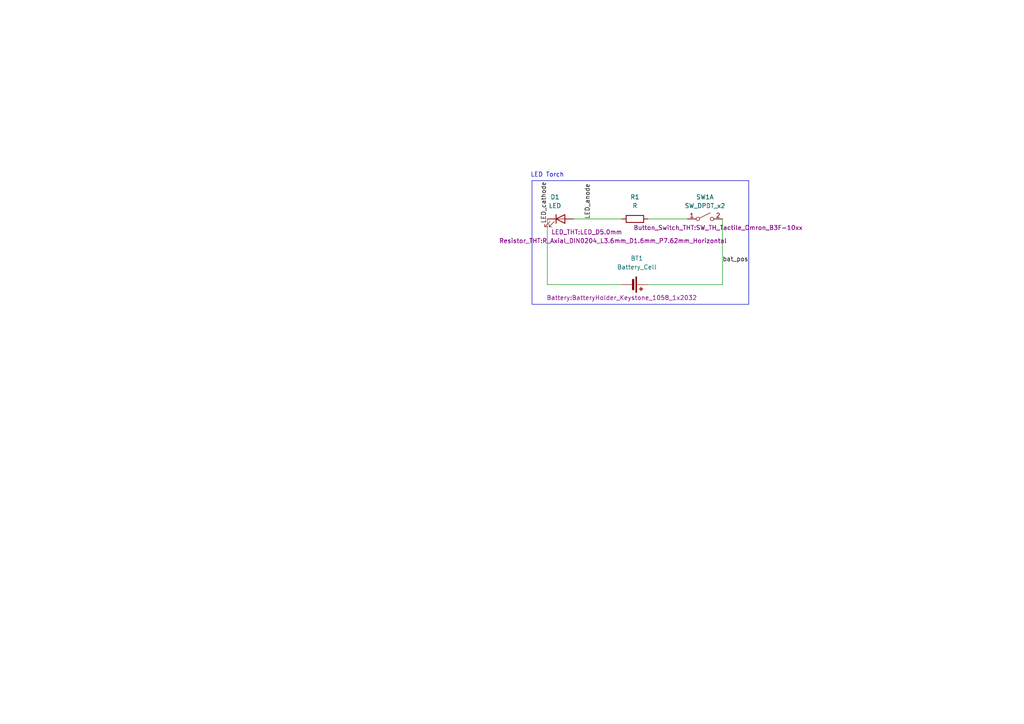
<source format=kicad_sch>
(kicad_sch (version 20250114) (generator "eeschema") (generator_version "9.0")
  (paper "A4")
  (title_block (title "Project 1 LED Torch") (date "2025-06-10") (rev "1"))
  (lib_symbols
    (symbol "Device:Battery_Cell" (pin_numbers (hide yes)) (pin_names (offset 0) (hide yes))
      (property "Reference" "BT" (at 2.54 2.54 0))
      (property "Value" "Battery_Cell" (at 2.54 0 0))
      (symbol "Battery_Cell_0_1"
        (rectangle (start -2.286 1.778) (end 2.286 1.524) (fill (type outline)))
        (rectangle (start -1.524 1.016) (end 1.524 0.508) (fill (type outline)))
        (polyline (pts (xy 0 1.778) (xy 0 2.54)))
        (polyline (pts (xy 0 0.762) (xy 0 0)))
        (polyline (pts (xy 0.762 3.048) (xy 1.778 3.048)) (stroke (width 0.254)))
        (polyline (pts (xy 1.27 3.556) (xy 1.27 2.54)) (stroke (width 0.254)))
      )
      (symbol "Battery_Cell_1_1"
        (pin passive line (at 0 5.08 270) (length 2.54) (name "+") (number "1"))
        (pin passive line (at 0 -2.54 90) (length 2.54) (name "-") (number "2"))
      )
    )
    (symbol "Device:LED" (pin_numbers (hide yes)) (pin_names (offset 1.016) (hide yes))
      (property "Reference" "D" (at 0 2.54 0))
      (property "Value" "LED" (at 0 -2.54 0))
      (symbol "LED_0_1"
        (polyline (pts (xy -3.048 -0.762) (xy -4.572 -2.286) (xy -3.81 -2.286) (xy -4.572 -2.286) (xy -4.572 -1.524)))
        (polyline (pts (xy -1.778 -0.762) (xy -3.302 -2.286) (xy -2.54 -2.286) (xy -3.302 -2.286) (xy -3.302 -1.524)))
        (polyline (pts (xy -1.27 0) (xy 1.27 0)))
        (polyline (pts (xy -1.27 -1.27) (xy -1.27 1.27)) (stroke (width 0.254)))
        (polyline (pts (xy 1.27 -1.27) (xy 1.27 1.27) (xy -1.27 0) (xy 1.27 -1.27)) (stroke (width 0.254)))
      )
      (symbol "LED_1_1"
        (pin passive line (at -3.81 0 0) (length 2.54) (name "K") (number "1"))
        (pin passive line (at 3.81 0 180) (length 2.54) (name "A") (number "2"))
      )
    )
    (symbol "Device:R" (pin_numbers (hide yes)) (pin_names (offset 0))
      (property "Reference" "R" (at 2.032 0 90))
      (property "Value" "R" (at 0 0 90))
      (symbol "R_0_1"
        (rectangle (start -1.016 -2.54) (end 1.016 2.54) (stroke (width 0.254)))
      )
      (symbol "R_1_1"
        (pin passive line (at 0 3.81 270) (length 1.27) (name "~") (number "1"))
        (pin passive line (at 0 -3.81 90) (length 1.27) (name "~") (number "2"))
      )
    )
    (symbol "Switch:SW_DPST_x2" (pin_names (offset 0) (hide yes))
      (property "Reference" "SW" (at 0 3.175 0))
      (property "Value" "SW_DPST_x2" (at 0 -2.54 0))
      (symbol "SW_DPST_x2_0_0"
        (circle (center -2.032 0) (radius 0.508))
        (polyline (pts (xy -1.524 0.254) (xy 1.524 1.778)))
        (circle (center 2.032 0) (radius 0.508))
      )
      (symbol "SW_DPST_x2_1_1"
        (pin passive line (at -5.08 0 0) (length 2.54) (name "A") (number "1"))
        (pin passive line (at 5.08 0 180) (length 2.54) (name "B") (number "2"))
      )
      (symbol "SW_DPST_x2_2_1"
        (pin passive line (at -5.08 0 0) (length 2.54) (name "A") (number "3"))
        (pin passive line (at 5.08 0 180) (length 2.54) (name "B") (number "4"))
      )
    )
  )
  (text "LED Torch" (at 158.75 50.8 0) (effects (font (size 1.27 1.27))))
  (text_box "" (at 154.305 52.3875 0) (size 62.865 35.8775) (margins 0.9525 0.9525 0.9525 0.9525) (effects (font (size 1.27 1.27)) (justify left top)))
  (wire (pts (xy 187.96 63.5) (xy 199.39 63.5)))
  (wire (pts (xy 158.75 82.55) (xy 180.34 82.55)))
  (wire (pts (xy 158.75 63.5) (xy 158.75 82.55)))
  (wire (pts (xy 187.96 82.55) (xy 209.55 82.55)))
  (wire (pts (xy 166.37 63.5) (xy 180.34 63.5)))
  (wire (pts (xy 209.55 82.55) (xy 209.55 63.5)))
  (label "bat_pos" (at 209.55 76.2 0))
  (label "LED_cathode" (at 158.75 64.77 90))
  (label "LED_anode" (at 171.45 63.5 90))
  (symbol (lib_id "Device:LED") (at 162.56 63.5 0) (unit 1)
    (property "Reference" "D1" (at 160.9725 57.15 0))
    (property "Value" "LED" (at 160.9725 59.69 0))
    (property "Footprint" "LED_THT:LED_D5.0mm" (at 170.18 67.31 0))
    (property "Description" "Light emitting diode" (effects (hide yes)))
    (property "Sim.Pins" "1=K 2=A" (effects (hide yes)))
  )
  (symbol (lib_id "Switch:SW_DPST_x2") (at 204.47 63.5 0) (unit 1)
    (property "Reference" "SW1" (at 204.47 57.15 0))
    (property "Value" "SW_DPDT_x2" (at 204.47 59.69 0))
    (property "Footprint" "Button_Switch_THT:SW_TH_Tactile_Omron_B3F-10xx" (at 208.28 66.04 0))
    (property "Description" "Single Pole Single Throw (SPST) switch, separate symbol" (effects (hide yes)))
  )
  (symbol (lib_id "Device:R") (at 184.15 63.5 270) (unit 1)
    (property "Reference" "R1" (at 184.15 57.15 90))
    (property "Value" "R" (at 184.15 59.69 90))
    (property "Footprint" "Resistor_THT:R_Axial_DIN0204_L3.6mm_D1.6mm_P7.62mm_Horizontal" (at 177.8 69.85 90))
    (property "Description" "Resistor" (effects (hide yes)))
  )
  (symbol (lib_id "Device:Battery_Cell") (at 182.88 82.55 270) (unit 1)
    (property "Reference" "BT1" (at 184.7215 74.93 90))
    (property "Value" "Battery_Cell" (at 184.7215 77.47 90))
    (property "Footprint" "Battery:BatteryHolder_Keystone_1058_1x2032" (at 180.34 86.36 90))
    (property "Description" "Single-cell battery" (effects (hide yes)))
  )
)
</source>
